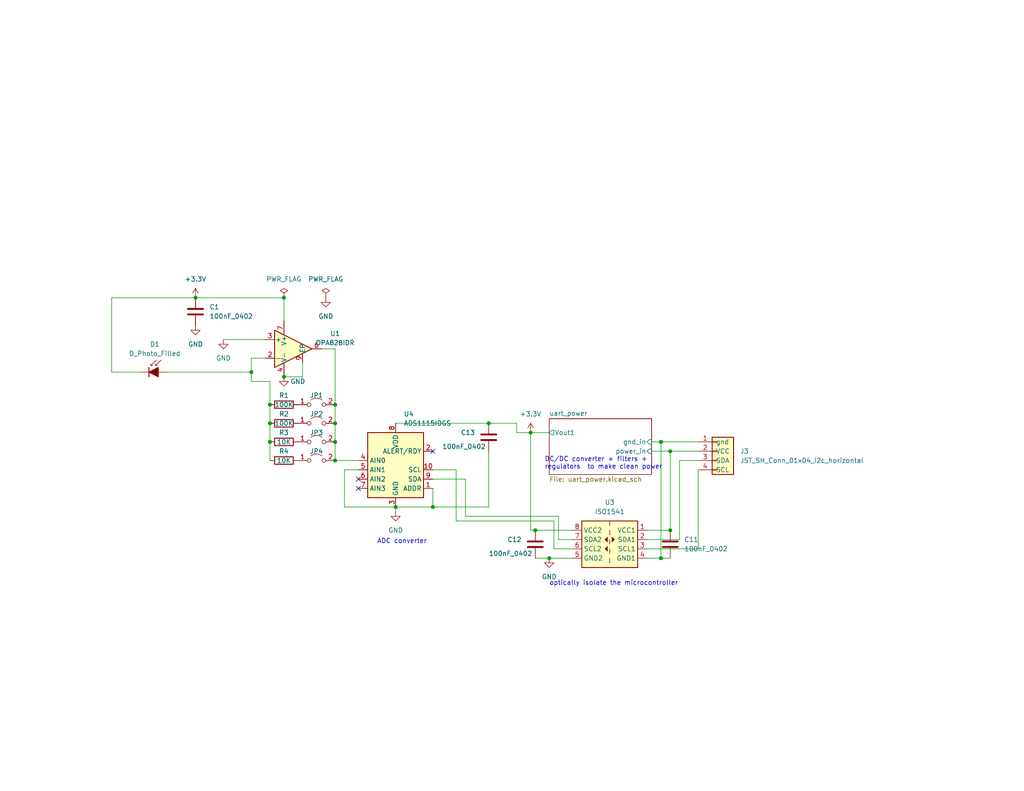
<source format=kicad_sch>
(kicad_sch (version 20230121) (generator eeschema)
  (paper "USLetter")
  (title_block (title "Transimpedance amp for photodiodes") (date "2023-08-24") (rev "1") (company "Boulder, CO 80305") (comment 1 "325 Broadway") (comment 2 "NIST") (comment 3 "Sae Woo Nam"))
  (lib_symbols
    (symbol "0JLC-6:100K" (pin_numbers hide) (pin_names (offset 0))
      (property "Reference" "R" (at 2.032 0 90))
      (property "Value" "100K" (at 0 0 90))
      (symbol "100K_0_1"
        (rectangle (start -1.016 -2.54) (end 1.016 2.54) (stroke (width 0.254)))
      )
      (symbol "100K_1_1"
        (pin passive line (at 0 3.81 270) (length 1.27) (name "~") (number "1"))
        (pin passive line (at 0 -3.81 90) (length 1.27) (name "~") (number "2"))
      )
    )
    (symbol "0JLC-6:100nF_0402" (pin_numbers hide) (pin_names (offset 0.254))
      (property "Reference" "C" (at 0.635 2.54 0))
      (property "Value" "100nF_0402" (at 0.635 -2.54 0))
      (symbol "100nF_0402_0_1"
        (polyline (pts (xy -2.032 -0.762) (xy 2.032 -0.762)) (stroke (width 0.508)))
        (polyline (pts (xy -2.032 0.762) (xy 2.032 0.762)) (stroke (width 0.508)))
      )
      (symbol "100nF_0402_1_1"
        (pin passive line (at 0 3.81 270) (length 2.794) (name "~") (number "1"))
        (pin passive line (at 0 -3.81 90) (length 2.794) (name "~") (number "2"))
      )
    )
    (symbol "0JLC-6:10K" (pin_numbers hide) (pin_names (offset 0))
      (property "Reference" "R" (at 2.032 0 90))
      (property "Value" "10K" (at 0 0 90))
      (symbol "10K_0_1"
        (rectangle (start -1.016 -2.54) (end 1.016 2.54) (stroke (width 0.254)))
      )
      (symbol "10K_1_1"
        (pin passive line (at 0 3.81 270) (length 1.27) (name "~") (number "1"))
        (pin passive line (at 0 -3.81 90) (length 1.27) (name "~") (number "2"))
      )
    )
    (symbol "0JLC-6:JST_SH_Conn_01x04_i2c_horizontal" (pin_names (offset 1.016))
      (property "Reference" "J" (at 0 5.08 0))
      (property "Value" "JST_SH_Conn_01x04_i2c_horizontal" (at 0 -7.62 0))
      (symbol "JST_SH_Conn_01x04_i2c_horizontal_1_1"
        (rectangle (start -1.27 -4.953) (end 0 -5.207) (stroke (width 0.1524)))
        (rectangle (start -1.27 -2.413) (end 0 -2.667) (stroke (width 0.1524)))
        (rectangle (start -1.27 0.127) (end 0 -0.127) (stroke (width 0.1524)))
        (rectangle (start -1.27 2.667) (end 0 2.413) (stroke (width 0.1524)))
        (rectangle (start -1.27 3.81) (end 4.572 -6.35) (stroke (width 0.254)) (fill (type background)))
        (pin passive line (at -5.08 2.54 0) (length 3.81) (name "gnd") (number "1"))
        (pin passive line (at -5.08 0 0) (length 3.81) (name "VCC") (number "2"))
        (pin passive line (at -5.08 -2.54 0) (length 3.81) (name "SDA") (number "3"))
        (pin passive line (at -5.08 -5.08 0) (length 3.81) (name "SCL") (number "4"))
      )
    )
    (symbol "0JLC-7:100nF_0402" (pin_numbers hide) (pin_names (offset 0.254))
      (property "Reference" "C?" (at -6.4008 0 90))
      (property "Value" "100nF_0402" (at -3.81 3.81 90))
      (symbol "100nF_0402_0_1"
        (polyline (pts (xy -2.032 -0.762) (xy 2.032 -0.762)) (stroke (width 0.508)))
        (polyline (pts (xy -2.032 0.762) (xy 2.032 0.762)) (stroke (width 0.508)))
      )
      (symbol "100nF_0402_1_1"
        (pin passive line (at 0 3.81 270) (length 2.794) (name "~") (number "1"))
        (pin passive line (at 0 -3.81 90) (length 2.794) (name "~") (number "2"))
      )
    )
    (symbol "0JLC-7:OPA828IDR" (pin_names (offset 0.127))
      (property "Reference" "U?" (at 11.43 4.1909 0))
      (property "Value" "OPA828IDR" (at 11.43 1.6509 0))
      (symbol "OPA828IDR_0_1"
        (polyline (pts (xy -5.08 5.08) (xy 5.08 0) (xy -5.08 -5.08) (xy -5.08 5.08)) (stroke (width 0.254)) (fill (type background)))
      )
      (symbol "OPA828IDR_1_1"
        (pin no_connect line (at -2.54 2.54 270) (length 2.54) hide (name "NC") (number "1"))
        (pin input line (at -7.62 -2.54 0) (length 2.54) (name "-") (number "2"))
        (pin input line (at -7.62 2.54 0) (length 2.54) (name "+") (number "3"))
        (pin power_in line (at -2.54 -7.62 90) (length 3.81) (name "V-") (number "4"))
        (pin no_connect line (at 0 2.54 270) (length 2.54) hide (name "NC") (number "5"))
        (pin output line (at 7.62 0 180) (length 2.54) (name "~") (number "6"))
        (pin power_in line (at -2.54 7.62 270) (length 3.81) (name "V+") (number "7"))
        (pin no_connect line (at 0 -2.54 90) (length 2.54) hide (name "NC") (number "8"))
        (pin input line (at 2.54 -3.81 90) (length 2.54) (name "EP") (number "9"))
      )
    )
    (symbol "Analog_ADC:ADS1115IDGS"
      (property "Reference" "U" (at 2.54 13.97 0))
      (property "Value" "ADS1115IDGS" (at 7.62 11.43 0))
      (symbol "ADS1115IDGS_0_1"
        (rectangle (start -7.62 10.16) (end 7.62 -7.62) (stroke (width 0.254)) (fill (type background)))
      )
      (symbol "ADS1115IDGS_1_1"
        (pin input line (at 10.16 -5.08 180) (length 2.54) (name "ADDR") (number "1"))
        (pin input line (at 10.16 0 180) (length 2.54) (name "SCL") (number "10"))
        (pin output line (at 10.16 5.08 180) (length 2.54) (name "ALERT/RDY") (number "2"))
        (pin power_in line (at 0 -10.16 90) (length 2.54) (name "GND") (number "3"))
        (pin input line (at -10.16 2.54 0) (length 2.54) (name "AIN0") (number "4"))
        (pin input line (at -10.16 0 0) (length 2.54) (name "AIN1") (number "5"))
        (pin input line (at -10.16 -2.54 0) (length 2.54) (name "AIN2") (number "6"))
        (pin input line (at -10.16 -5.08 0) (length 2.54) (name "AIN3") (number "7"))
        (pin power_in line (at 0 12.7 270) (length 2.54) (name "VDD") (number "8"))
        (pin bidirectional line (at 10.16 -2.54 180) (length 2.54) (name "SDA") (number "9"))
      )
    )
    (symbol "Device:D_Photo_Filled" (pin_numbers hide) (pin_names hide)
      (property "Reference" "D" (at 0.508 1.778 0))
      (property "Value" "D_Photo_Filled" (at -1.016 -2.794 0))
      (symbol "D_Photo_Filled_0_1"
        (polyline (pts (xy -2.54 1.27) (xy -2.54 -1.27)) (stroke (width 0.254)))
        (polyline (pts (xy -2.032 1.778) (xy -1.524 1.778)))
        (polyline (pts (xy 0 0) (xy -2.54 0)))
        (polyline (pts (xy -0.508 3.302) (xy -2.032 1.778) (xy -2.032 2.286)))
        (polyline (pts (xy 0 -1.27) (xy 0 1.27) (xy -2.54 0) (xy 0 -1.27)) (stroke (width 0.254)) (fill (type outline)))
        (polyline (pts (xy 0.762 3.302) (xy -0.762 1.778) (xy -0.762 2.286) (xy -0.762 1.778) (xy -0.254 1.778)))
      )
      (symbol "D_Photo_Filled_1_1"
        (pin passive line (at -5.08 0 0) (length 2.54) (name "K") (number "1"))
        (pin passive line (at 2.54 0 180) (length 2.54) (name "A") (number "2"))
      )
    )
    (symbol "Isolator:ISO1541"
      (property "Reference" "U" (at -6.35 6.35 0))
      (property "Value" "ISO1541" (at 3.81 6.35 0))
      (symbol "ISO1541_0_1"
        (rectangle (start -7.62 5.08) (end 7.62 -7.62) (stroke (width 0.254)) (fill (type background)))
        (rectangle (start 0 -5.08) (end 0 -6.35))
        (polyline (pts (xy 0 -2.54) (xy 0 -3.81)))
        (polyline (pts (xy 0 0) (xy 0 -1.27)))
        (polyline (pts (xy 0 2.54) (xy 0 1.27)))
        (polyline (pts (xy 0 5.08) (xy 0 3.81)))
        (polyline (pts (xy -0.635 0.635) (xy -1.27 0) (xy -0.635 -0.635) (xy -0.635 0.635)) (fill (type outline)))
        (polyline (pts (xy 0.635 -1.905) (xy 1.27 -2.54) (xy 0.635 -3.175) (xy 0.635 -1.905)) (fill (type outline)))
        (polyline (pts (xy 0.635 0.635) (xy 1.27 0) (xy 0.635 -0.635) (xy 0.635 0.635)) (fill (type outline)))
      )
      (symbol "ISO1541_1_1"
        (pin power_in line (at -10.16 2.54 0) (length 2.54) (name "VCC1") (number "1"))
        (pin bidirectional line (at -10.16 0 0) (length 2.54) (name "SDA1") (number "2"))
        (pin input line (at -10.16 -2.54 0) (length 2.54) (name "SCL1") (number "3"))
        (pin power_in line (at -10.16 -5.08 0) (length 2.54) (name "GND1") (number "4"))
        (pin power_in line (at 10.16 -5.08 180) (length 2.54) (name "GND2") (number "5"))
        (pin output line (at 10.16 -2.54 180) (length 2.54) (name "SCL2") (number "6"))
        (pin bidirectional line (at 10.16 0 180) (length 2.54) (name "SDA2") (number "7"))
        (pin power_in line (at 10.16 2.54 180) (length 2.54) (name "VCC2") (number "8"))
      )
    )
    (symbol "Jumper:Jumper_2_Open" (pin_names (offset 0) hide)
      (property "Reference" "JP" (at 0 2.794 0))
      (property "Value" "Jumper_2_Open" (at 0 -2.286 0))
      (symbol "Jumper_2_Open_0_0"
        (circle (center -2.032 0) (radius 0.508))
        (circle (center 2.032 0) (radius 0.508))
      )
      (symbol "Jumper_2_Open_0_1"
        (arc (start 1.524 1.27) (mid 0 1.778) (end -1.524 1.27))
      )
      (symbol "Jumper_2_Open_1_1"
        (pin passive line (at -5.08 0 0) (length 2.54) (name "A") (number "1"))
        (pin passive line (at 5.08 0 180) (length 2.54) (name "B") (number "2"))
      )
    )
    (symbol "power:+3.3V" (power) (pin_names (offset 0))
      (property "Value" "+3.3V" (at 0 3.556 0))
      (symbol "+3.3V_0_1"
        (polyline (pts (xy -0.762 1.27) (xy 0 2.54)))
        (polyline (pts (xy 0 0) (xy 0 2.54)))
        (polyline (pts (xy 0 2.54) (xy 0.762 1.27)))
      )
      (symbol "+3.3V_1_1"
        (pin power_in line (at 0 0 90) (length 0) hide (name "+3.3V") (number "1"))
      )
    )
    (symbol "power:GND" (power) (pin_names (offset 0))
      (property "Value" "GND" (at 0 -3.81 0))
      (symbol "GND_0_1"
        (polyline (pts (xy 0 0) (xy 0 -1.27) (xy 1.27 -1.27) (xy 0 -2.54) (xy -1.27 -1.27) (xy 0 -1.27)))
      )
      (symbol "GND_1_1"
        (pin power_in line (at 0 0 270) (length 0) hide (name "GND") (number "1"))
      )
    )
    (symbol "power:PWR_FLAG" (power) (pin_numbers hide) (pin_names (offset 0) hide)
      (property "Value" "PWR_FLAG" (at 0 3.81 0))
      (symbol "PWR_FLAG_0_0"
        (pin power_out line (at 0 0 90) (length 0) (name "pwr") (number "1"))
      )
      (symbol "PWR_FLAG_0_1"
        (polyline (pts (xy 0 0) (xy 0 1.27) (xy -1.016 1.905) (xy 0 2.54) (xy 1.016 1.905) (xy 0 1.27)))
      )
    )
  )
  (junction (at 144.78 118.11))
  (junction (at 53.34 81.28))
  (junction (at 118.11 138.43))
  (junction (at 149.86 152.4))
  (junction (at 182.88 123.19))
  (junction (at 73.66 110.49))
  (junction (at 182.88 144.78))
  (junction (at 77.47 102.87))
  (junction (at 146.05 144.78))
  (junction (at 91.44 115.57))
  (junction (at 91.44 110.49))
  (junction (at 73.66 115.57))
  (junction (at 107.95 138.43))
  (junction (at 73.66 120.65))
  (junction (at 91.44 125.73))
  (junction (at 133.35 115.57))
  (junction (at 180.34 120.65))
  (junction (at 68.58 101.6))
  (junction (at 180.34 152.4))
  (junction (at 91.44 120.65))
  (junction (at 77.47 81.28))
  (no_connect (at 97.79 133.35))
  (no_connect (at 118.11 123.19))
  (no_connect (at 97.79 130.81))
  (wire (pts (xy 152.4 140.97) (xy 152.4 147.32)))
  (wire (pts (xy 185.42 147.32) (xy 176.53 147.32)))
  (wire (pts (xy 45.72 101.6) (xy 68.58 101.6)))
  (wire (pts (xy 68.58 97.79) (xy 72.39 97.79)))
  (wire (pts (xy 73.66 110.49) (xy 73.66 104.14)))
  (wire (pts (xy 146.05 152.4) (xy 149.86 152.4)))
  (wire (pts (xy 107.95 138.43) (xy 107.95 139.7)))
  (wire (pts (xy 177.8 123.19) (xy 182.88 123.19)))
  (wire (pts (xy 124.46 128.27) (xy 118.11 128.27)))
  (wire (pts (xy 124.46 142.24) (xy 124.46 128.27)))
  (wire (pts (xy 73.66 120.65) (xy 73.66 115.57)))
  (wire (pts (xy 151.13 142.24) (xy 124.46 142.24)))
  (wire (pts (xy 190.5 128.27) (xy 190.5 149.86)))
  (wire (pts (xy 118.11 130.81) (xy 127 130.81)))
  (wire (pts (xy 118.11 138.43) (xy 118.11 133.35)))
  (wire (pts (xy 68.58 101.6) (xy 68.58 97.79)))
  (wire (pts (xy 176.53 152.4) (xy 180.34 152.4)))
  (wire (pts (xy 68.58 104.14) (xy 68.58 101.6)))
  (wire (pts (xy 93.98 128.27) (xy 97.79 128.27)))
  (wire (pts (xy 144.78 118.11) (xy 144.78 144.78)))
  (wire (pts (xy 140.97 118.11) (xy 140.97 115.57)))
  (wire (pts (xy 190.5 125.73) (xy 185.42 125.73)))
  (wire (pts (xy 180.34 152.4) (xy 182.88 152.4)))
  (wire (pts (xy 127 130.81) (xy 127 140.97)))
  (wire (pts (xy 77.47 81.28) (xy 77.47 87.63)))
  (wire (pts (xy 93.98 138.43) (xy 93.98 128.27)))
  (wire (pts (xy 73.66 104.14) (xy 68.58 104.14)))
  (wire (pts (xy 127 140.97) (xy 152.4 140.97)))
  (wire (pts (xy 77.47 102.87) (xy 82.55 102.87)))
  (wire (pts (xy 30.48 81.28) (xy 53.34 81.28)))
  (wire (pts (xy 107.95 138.43) (xy 118.11 138.43)))
  (wire (pts (xy 151.13 149.86) (xy 151.13 142.24)))
  (wire (pts (xy 146.05 144.78) (xy 156.21 144.78)))
  (wire (pts (xy 91.44 95.25) (xy 91.44 110.49)))
  (wire (pts (xy 38.1 101.6) (xy 30.48 101.6)))
  (wire (pts (xy 182.88 123.19) (xy 190.5 123.19)))
  (wire (pts (xy 133.35 123.19) (xy 133.35 138.43)))
  (wire (pts (xy 177.8 120.65) (xy 180.34 120.65)))
  (wire (pts (xy 87.63 95.25) (xy 91.44 95.25)))
  (wire (pts (xy 91.44 115.57) (xy 91.44 120.65)))
  (wire (pts (xy 180.34 120.65) (xy 190.5 120.65)))
  (wire (pts (xy 133.35 138.43) (xy 118.11 138.43)))
  (wire (pts (xy 140.97 115.57) (xy 133.35 115.57)))
  (wire (pts (xy 156.21 149.86) (xy 151.13 149.86)))
  (wire (pts (xy 107.95 115.57) (xy 133.35 115.57)))
  (wire (pts (xy 82.55 102.87) (xy 82.55 99.06)))
  (wire (pts (xy 144.78 118.11) (xy 140.97 118.11)))
  (wire (pts (xy 144.78 144.78) (xy 146.05 144.78)))
  (wire (pts (xy 73.66 125.73) (xy 73.66 120.65)))
  (wire (pts (xy 149.86 152.4) (xy 156.21 152.4)))
  (wire (pts (xy 152.4 147.32) (xy 156.21 147.32)))
  (wire (pts (xy 91.44 125.73) (xy 97.79 125.73)))
  (wire (pts (xy 176.53 144.78) (xy 182.88 144.78)))
  (wire (pts (xy 53.34 81.28) (xy 77.47 81.28)))
  (wire (pts (xy 185.42 125.73) (xy 185.42 147.32)))
  (wire (pts (xy 91.44 120.65) (xy 91.44 125.73)))
  (wire (pts (xy 144.78 118.11) (xy 149.86 118.11)))
  (wire (pts (xy 190.5 149.86) (xy 176.53 149.86)))
  (wire (pts (xy 73.66 115.57) (xy 73.66 110.49)))
  (wire (pts (xy 180.34 120.65) (xy 180.34 152.4)))
  (wire (pts (xy 107.95 138.43) (xy 93.98 138.43)))
  (wire (pts (xy 60.96 92.71) (xy 72.39 92.71)))
  (wire (pts (xy 91.44 110.49) (xy 91.44 115.57)))
  (wire (pts (xy 182.88 144.78) (xy 182.88 123.19)))
  (wire (pts (xy 30.48 101.6) (xy 30.48 81.28)))
  (text "DC/DC converter + filters + \nregulators  to make clean power" (at 148.59 128.27 0) (effects (font (size 1.27 1.27)) (justify left bottom)))
  (text "ADC converter" (at 102.87 148.59 0) (effects (font (size 1.27 1.27)) (justify left bottom)))
  (text "optically isolate the microcontroller" (at 149.86 160.02 0) (effects (font (size 1.27 1.27)) (justify left bottom)))
  (symbol (lib_id "power:GND") (at 107.95 139.7 0) (unit 1)
    (property "Reference" "#PWR013" (effects hide))
    (property "Value" "GND" (at 107.95 144.78 0))
  )
  (symbol (lib_id "Jumper:Jumper_2_Open") (at 86.36 110.49 0) (unit 1)
    (property "Reference" "JP1" (at 86.36 107.95 0))
    (property "Value" "Jumper_2_Open" (effects hide))
    (property "Footprint" "Jumper:SolderJumper-2_P1.3mm_Open_RoundedPad1.0x1.5mm" (effects hide))
  )
  (symbol (lib_id "Jumper:Jumper_2_Open") (at 86.36 115.57 0) (unit 1)
    (property "Reference" "JP2" (at 86.36 113.03 0))
    (property "Value" "Jumper_2_Open" (effects hide))
    (property "Footprint" "Jumper:SolderJumper-2_P1.3mm_Open_RoundedPad1.0x1.5mm" (effects hide))
  )
  (symbol (lib_id "power:GND") (at 53.34 88.9 0) (unit 1)
    (property "Reference" "#PWR02" (effects hide))
    (property "Value" "GND" (at 53.34 93.98 0))
  )
  (symbol (lib_id "power:+3.3V") (at 144.78 118.11 0) (unit 1)
    (property "Reference" "#PWR012" (effects hide))
    (property "Value" "+3.3V" (at 144.78 113.03 0))
  )
  (symbol (lib_id "Analog_ADC:ADS1115IDGS") (at 107.95 128.27 0) (unit 1)
    (property "Reference" "U4" (at 110.1441 113.03 0) (effects (justify left)))
    (property "Value" "ADS1115IDGS" (at 110.1441 115.57 0) (effects (justify left)))
    (property "Footprint" "Package_SO:TSSOP-10_3x3mm_P0.5mm" (effects hide))
    (property "Datasheet" "http://www.ti.com/lit/ds/symlink/ads1113.pdf" (effects hide))
    (property "Field5" "C37593" (effects hide))
    (property "LCSC" "C37593" (effects hide))
    (property "JLCPCB Rotation Offset" "-90" (effects hide))
  )
  (symbol (lib_id "0JLC-6:JST_SH_Conn_01x04_i2c_horizontal") (at 195.58 123.19 0) (unit 1)
    (property "Reference" "J3" (at 201.93 123.19 0) (effects (justify left)))
    (property "Value" "JST_SH_Conn_01x04_i2c_horizontal" (at 201.93 125.73 0) (effects (justify left)))
    (property "Footprint" "Connector_JST:JST_SH_SM04B-SRSS-TB_1x04-1MP_P1.00mm_Horizontal" (effects hide))
    (property "LCSC" "C371571" (effects hide))
    (property "MPN" "A1001WR-S" (effects hide))
  )
  (symbol (lib_id "0JLC-6:10K") (at 77.47 125.73 90) (unit 1)
    (property "Reference" "R4" (at 77.47 123.19 90))
    (property "Value" "10K" (at 77.47 125.73 90))
    (property "Footprint" "Resistor_SMD:R_0603_1608Metric_Pad0.98x0.95mm_HandSolder" (effects hide))
    (property "LCSC" "C25804" (effects hide))
    (property "MPN" "0603WAF1002T5E" (effects hide))
  )
  (symbol (lib_id "0JLC-6:100K") (at 77.47 110.49 90) (unit 1)
    (property "Reference" "R1" (at 77.47 107.95 90))
    (property "Value" "100K" (at 77.47 110.49 90))
    (property "Footprint" "Resistor_SMD:R_0603_1608Metric_Pad0.98x0.95mm_HandSolder" (effects hide))
    (property "MPN" "0603WAF100KT5E" (effects hide))
    (property "LCSC" "C22936" (effects hide))
  )
  (symbol (lib_id "power:GND") (at 60.96 92.71 0) (unit 1)
    (property "Reference" "#PWR03" (effects hide))
    (property "Value" "GND" (at 60.96 97.79 0))
  )
  (symbol (lib_id "0JLC-7:100nF_0402") (at 182.88 148.59 0) (unit 1)
    (property "Reference" "C11" (at 186.69 147.32 0) (effects (justify left)))
    (property "Value" "100nF_0402" (at 186.69 149.86 0) (effects (justify left)))
    (property "Footprint" "Capacitor_SMD:C_0402_1005Metric_Pad0.74x0.62mm_HandSolder" (effects hide))
    (property "LCSC" "C56392" (effects hide))
    (property "MPN" "0402B104K250NT" (effects hide))
  )
  (symbol (lib_id "power:+3.3V") (at 53.34 81.28 0) (unit 1)
    (property "Reference" "#PWR01" (effects hide))
    (property "Value" "+3.3V" (at 53.34 76.2 0))
  )
  (symbol (lib_id "Jumper:Jumper_2_Open") (at 86.36 120.65 0) (unit 1)
    (property "Reference" "JP3" (at 86.36 118.11 0))
    (property "Value" "Jumper_2_Open" (effects hide))
    (property "Footprint" "Jumper:SolderJumper-2_P1.3mm_Open_RoundedPad1.0x1.5mm" (effects hide))
  )
  (symbol (lib_id "power:PWR_FLAG") (at 77.47 81.28 0) (unit 1)
    (property "Reference" "#FLG01" (effects hide))
    (property "Value" "PWR_FLAG" (at 77.47 76.2 0))
  )
  (symbol (lib_id "0JLC-7:OPA828IDR") (at 80.01 95.25 0) (unit 1)
    (property "Reference" "U1" (at 91.44 91.0591 0))
    (property "Value" "OPA828IDR" (at 91.44 93.5991 0))
    (property "Footprint" "Package_SO:SOIC-8-1EP_3.9x4.9mm_P1.27mm_EP2.514x3.2mm_ThermalVias" (effects hide))
    (property "Datasheet" "http://www.ti.com/lit/ds/symlink/opa842.pdf" (effects hide))
    (property "LCSC" "C1850247" (effects hide))
    (property "JLCPCB Rotation Offset" "-90" (effects hide))
  )
  (symbol (lib_id "Jumper:Jumper_2_Open") (at 86.36 125.73 0) (unit 1)
    (property "Reference" "JP4" (at 86.36 123.19 0))
    (property "Value" "Jumper_2_Open" (effects hide))
    (property "Footprint" "Jumper:SolderJumper-2_P1.3mm_Open_RoundedPad1.0x1.5mm" (effects hide))
  )
  (symbol (lib_id "power:GND") (at 149.86 152.4 0) (unit 1)
    (property "Reference" "#PWR014" (effects hide))
    (property "Value" "GND" (at 149.86 157.48 0))
  )
  (symbol (lib_id "power:GND") (at 88.9 81.28 0) (unit 1)
    (property "Reference" "#PWR05" (effects hide))
    (property "Value" "GND" (at 88.9 86.36 0))
  )
  (symbol (lib_id "Isolator:ISO1541") (at 166.37 147.32 0) (mirror y) (unit 1)
    (property "Reference" "U3" (at 166.37 137.16 0))
    (property "Value" "ISO1541" (at 166.37 139.7 0))
    (property "Footprint" "Package_SO:SOIC-8_3.9x4.9mm_P1.27mm" (effects hide))
    (property "Datasheet" "http://www.ti.com/lit/ds/symlink/iso1541.pdf" (effects hide))
    (property "LCSC" "C143028" (effects hide))
    (property "JLCPCB Rotation Offset" "-90" (effects hide))
  )
  (symbol (lib_id "0JLC-6:10K") (at 77.47 120.65 90) (unit 1)
    (property "Reference" "R3" (at 77.47 118.11 90))
    (property "Value" "10K" (at 77.47 120.65 90))
    (property "Footprint" "Resistor_SMD:R_0603_1608Metric_Pad0.98x0.95mm_HandSolder" (effects hide))
    (property "LCSC" "C25804" (effects hide))
    (property "MPN" "0603WAF1002T5E" (effects hide))
  )
  (symbol (lib_id "Device:D_Photo_Filled") (at 43.18 101.6 0) (unit 1)
    (property "Reference" "D1" (at 42.2275 93.98 0))
    (property "Value" "D_Photo_Filled" (at 42.2275 96.52 0))
    (property "Footprint" "Connector_PinSocket_2.54mm:PinSocket_1x02_P2.54mm_Vertical" (effects hide))
  )
  (symbol (lib_id "power:PWR_FLAG") (at 88.9 81.28 0) (unit 1)
    (property "Reference" "#FLG02" (effects hide))
    (property "Value" "PWR_FLAG" (at 88.9 76.2 0))
  )
  (symbol (lib_id "power:GND") (at 77.47 102.87 0) (unit 1)
    (property "Reference" "#PWR04" (effects hide))
    (property "Value" "GND" (at 81.28 104.14 0))
  )
  (symbol (lib_id "0JLC-6:100nF_0402") (at 146.05 148.59 0) (mirror y) (unit 1)
    (property "Reference" "C12" (at 138.43 147.32 0) (effects (justify right)))
    (property "Value" "100nF_0402" (at 133.35 151.13 0) (effects (justify right)))
    (property "Footprint" "Capacitor_SMD:C_0402_1005Metric" (effects hide))
    (property "LCSC" "C14663" (effects hide))
    (property "MPN" "CC0603KRX7R9BB104" (effects hide))
  )
  (symbol (lib_id "0JLC-6:100K") (at 77.47 115.57 90) (unit 1)
    (property "Reference" "R2" (at 77.47 113.03 90))
    (property "Value" "100K" (at 77.47 115.57 90))
    (property "Footprint" "Resistor_SMD:R_0603_1608Metric_Pad0.98x0.95mm_HandSolder" (effects hide))
    (property "MPN" "0603WAF100KT5E" (effects hide))
    (property "LCSC" "C22936" (effects hide))
  )
  (symbol (lib_id "0JLC-6:100nF_0402") (at 133.35 119.38 0) (mirror y) (unit 1)
    (property "Reference" "C13" (at 125.73 118.11 0) (effects (justify right)))
    (property "Value" "100nF_0402" (at 120.65 121.92 0) (effects (justify right)))
    (property "Footprint" "Capacitor_SMD:C_0402_1005Metric" (effects hide))
    (property "LCSC" "C14663" (effects hide))
    (property "MPN" "CC0603KRX7R9BB104" (effects hide))
  )
  (symbol (lib_id "0JLC-6:100nF_0402") (at 53.34 85.09 0) (unit 1)
    (property "Reference" "C1" (at 57.15 83.82 0) (effects (justify left)))
    (property "Value" "100nF_0402" (at 57.15 86.36 0) (effects (justify left)))
    (property "Footprint" "Capacitor_SMD:C_0402_1005Metric" (effects hide))
    (property "LCSC" "C14663" (effects hide))
    (property "MPN" "CC0603KRX7R9BB104" (effects hide))
  )
  (sheet (at 149.86 114.3) (size 27.94 15.24) (stroke (width 0.1524))
    (property "Sheetname" "uart_power" (at 149.86 113.5884 0) (effects (justify left bottom)))
    (property "Sheetfile" "uart_power.kicad_sch" (at 149.86 130.1246 0) (effects (justify left top)))
    (pin "Vout1" output (at 149.86 118.11 180))
    (pin "power_in" input (at 177.8 123.19 0))
    (pin "gnd_in" input (at 177.8 120.65 0))
  )
)
</source>
